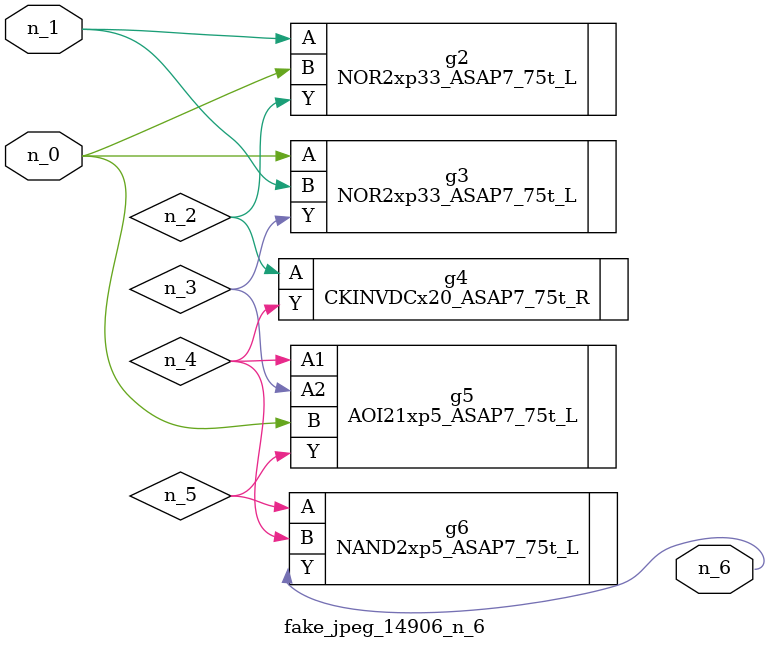
<source format=v>
module fake_jpeg_14906_n_6 (n_0, n_1, n_6);

input n_0;
input n_1;

output n_6;

wire n_3;
wire n_2;
wire n_4;
wire n_5;

NOR2xp33_ASAP7_75t_L g2 ( 
.A(n_1),
.B(n_0),
.Y(n_2)
);

NOR2xp33_ASAP7_75t_L g3 ( 
.A(n_0),
.B(n_1),
.Y(n_3)
);

CKINVDCx20_ASAP7_75t_R g4 ( 
.A(n_2),
.Y(n_4)
);

AOI21xp5_ASAP7_75t_L g5 ( 
.A1(n_4),
.A2(n_3),
.B(n_0),
.Y(n_5)
);

NAND2xp5_ASAP7_75t_L g6 ( 
.A(n_5),
.B(n_4),
.Y(n_6)
);


endmodule
</source>
